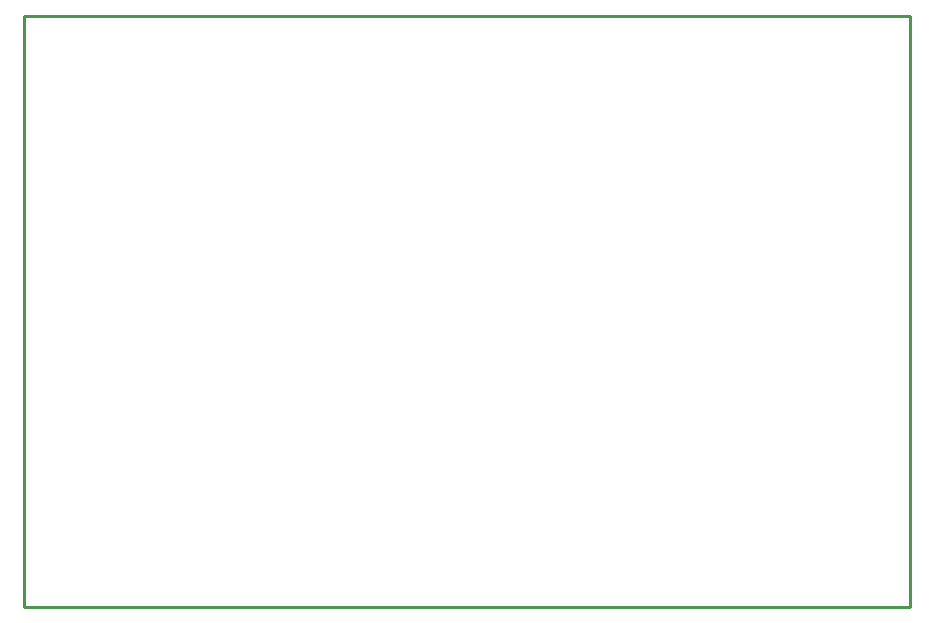
<source format=gko>
G04 ---------------------------- Layer name :KeepOutLayer *
G04 easyEDA 0.1*
G04 Scale: 100 percent, Rotated: No, Reflected: No *
G04 Dimensions in inches *
G04 leading zeros omitted , absolute positions ,2 integer and 4 * 
%FSLAX24Y24*%
%MOIN*%
G90*
G70D02*

%ADD10C,0.010000*%
G54D10*
G01X0Y19600D02*
G01X29527Y19600D01*
G01X29527Y-84D01*
G01X0Y-84D01*
G01X0Y19600D01*

%LPD*%

M00*
M02*
</source>
